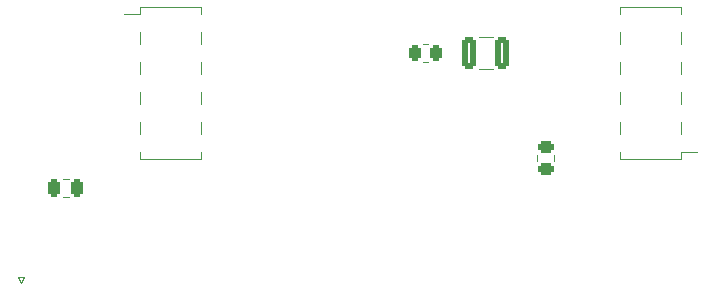
<source format=gbo>
%TF.GenerationSoftware,KiCad,Pcbnew,(6.0.9)*%
%TF.CreationDate,2022-12-04T20:24:29+08:00*%
%TF.ProjectId,kirdyShield,6b697264-7953-4686-9965-6c642e6b6963,rev?*%
%TF.SameCoordinates,Original*%
%TF.FileFunction,Legend,Bot*%
%TF.FilePolarity,Positive*%
%FSLAX46Y46*%
G04 Gerber Fmt 4.6, Leading zero omitted, Abs format (unit mm)*
G04 Created by KiCad (PCBNEW (6.0.9)) date 2022-12-04 20:24:29*
%MOMM*%
%LPD*%
G01*
G04 APERTURE LIST*
G04 Aperture macros list*
%AMRoundRect*
0 Rectangle with rounded corners*
0 $1 Rounding radius*
0 $2 $3 $4 $5 $6 $7 $8 $9 X,Y pos of 4 corners*
0 Add a 4 corners polygon primitive as box body*
4,1,4,$2,$3,$4,$5,$6,$7,$8,$9,$2,$3,0*
0 Add four circle primitives for the rounded corners*
1,1,$1+$1,$2,$3*
1,1,$1+$1,$4,$5*
1,1,$1+$1,$6,$7*
1,1,$1+$1,$8,$9*
0 Add four rect primitives between the rounded corners*
20,1,$1+$1,$2,$3,$4,$5,0*
20,1,$1+$1,$4,$5,$6,$7,0*
20,1,$1+$1,$6,$7,$8,$9,0*
20,1,$1+$1,$8,$9,$2,$3,0*%
G04 Aperture macros list end*
%ADD10C,0.120000*%
%ADD11R,3.000000X1.000000*%
%ADD12RoundRect,0.250000X-0.450000X0.262500X-0.450000X-0.262500X0.450000X-0.262500X0.450000X0.262500X0*%
%ADD13RoundRect,0.250000X-0.262500X-0.450000X0.262500X-0.450000X0.262500X0.450000X-0.262500X0.450000X0*%
%ADD14RoundRect,0.250000X-0.375000X-1.075000X0.375000X-1.075000X0.375000X1.075000X-0.375000X1.075000X0*%
%ADD15R,1.500000X5.080000*%
%ADD16C,1.524000*%
%ADD17RoundRect,0.250000X0.250000X0.475000X-0.250000X0.475000X-0.250000X-0.475000X0.250000X-0.475000X0*%
G04 APERTURE END LIST*
D10*
%TO.C,J3*%
X79950000Y-125220000D02*
X79950000Y-126240000D01*
X79950000Y-122680000D02*
X79950000Y-123700000D01*
X85150000Y-130870000D02*
X79950000Y-130870000D01*
X85150000Y-122680000D02*
X85150000Y-123700000D01*
X85150000Y-118050000D02*
X79950000Y-118050000D01*
X79950000Y-118620000D02*
X78590000Y-118620000D01*
X79950000Y-120140000D02*
X79950000Y-121160000D01*
X85150000Y-120140000D02*
X85150000Y-121160000D01*
X79950000Y-130300000D02*
X79950000Y-130870000D01*
X85150000Y-125220000D02*
X85150000Y-126240000D01*
X79950000Y-118050000D02*
X79950000Y-118620000D01*
X85150000Y-127760000D02*
X85150000Y-128780000D01*
X85150000Y-118050000D02*
X85150000Y-118620000D01*
X85150000Y-130300000D02*
X85150000Y-130870000D01*
X79950000Y-127760000D02*
X79950000Y-128780000D01*
%TO.C,J1*%
X125790000Y-123700000D02*
X125790000Y-122680000D01*
X125790000Y-126240000D02*
X125790000Y-125220000D01*
X120590000Y-118050000D02*
X125790000Y-118050000D01*
X120590000Y-126240000D02*
X120590000Y-125220000D01*
X120590000Y-130870000D02*
X125790000Y-130870000D01*
X125790000Y-130300000D02*
X127150000Y-130300000D01*
X125790000Y-128780000D02*
X125790000Y-127760000D01*
X120590000Y-128780000D02*
X120590000Y-127760000D01*
X125790000Y-118620000D02*
X125790000Y-118050000D01*
X120590000Y-123700000D02*
X120590000Y-122680000D01*
X125790000Y-130870000D02*
X125790000Y-130300000D01*
X120590000Y-121160000D02*
X120590000Y-120140000D01*
X120590000Y-130870000D02*
X120590000Y-130300000D01*
X120590000Y-118620000D02*
X120590000Y-118050000D01*
X125790000Y-121160000D02*
X125790000Y-120140000D01*
%TO.C,R2*%
X113565000Y-130582936D02*
X113565000Y-131037064D01*
X115035000Y-130582936D02*
X115035000Y-131037064D01*
%TO.C,R1*%
X103912936Y-122655000D02*
X104367064Y-122655000D01*
X103912936Y-121185000D02*
X104367064Y-121185000D01*
%TO.C,L1*%
X108617936Y-120560000D02*
X109822064Y-120560000D01*
X108617936Y-123280000D02*
X109822064Y-123280000D01*
%TO.C,J5*%
X69850000Y-141427500D02*
X69600000Y-140927500D01*
X69600000Y-140927500D02*
X70100000Y-140927500D01*
X70100000Y-140927500D02*
X69850000Y-141427500D01*
%TO.C,C1*%
X73921252Y-134085000D02*
X73398748Y-134085000D01*
X73921252Y-132615000D02*
X73398748Y-132615000D01*
%TD*%
%LPC*%
D11*
%TO.C,J3*%
X80030000Y-119380000D03*
X85070000Y-119380000D03*
X80030000Y-121920000D03*
X85070000Y-121920000D03*
X80030000Y-124460000D03*
X85070000Y-124460000D03*
X80030000Y-127000000D03*
X85070000Y-127000000D03*
X80030000Y-129540000D03*
X85070000Y-129540000D03*
%TD*%
%TO.C,J1*%
X125710000Y-129540000D03*
X120670000Y-129540000D03*
X125710000Y-127000000D03*
X120670000Y-127000000D03*
X125710000Y-124460000D03*
X120670000Y-124460000D03*
X125710000Y-121920000D03*
X120670000Y-121920000D03*
X125710000Y-119380000D03*
X120670000Y-119380000D03*
%TD*%
D12*
%TO.C,R2*%
X114300000Y-129897500D03*
X114300000Y-131722500D03*
%TD*%
D13*
%TO.C,R1*%
X103227500Y-121920000D03*
X105052500Y-121920000D03*
%TD*%
D14*
%TO.C,L1*%
X107820000Y-121920000D03*
X110620000Y-121920000D03*
%TD*%
D15*
%TO.C,J5*%
X69850000Y-144637500D03*
X74100000Y-144637500D03*
X65600000Y-144637500D03*
%TD*%
D16*
%TO.C,J4*%
X117475000Y-114300000D03*
X114300000Y-116840000D03*
X117475000Y-119507000D03*
X114300000Y-121920000D03*
X117475000Y-124460000D03*
X114300000Y-127000000D03*
X117475000Y-129540000D03*
%TD*%
%TO.C,J2*%
X88265000Y-129540000D03*
X91440000Y-127000000D03*
X88265000Y-124333000D03*
X91440000Y-121920000D03*
X88265000Y-119380000D03*
X91440000Y-116840000D03*
X88265000Y-114300000D03*
%TD*%
D17*
%TO.C,C1*%
X74610000Y-133350000D03*
X72710000Y-133350000D03*
%TD*%
M02*

</source>
